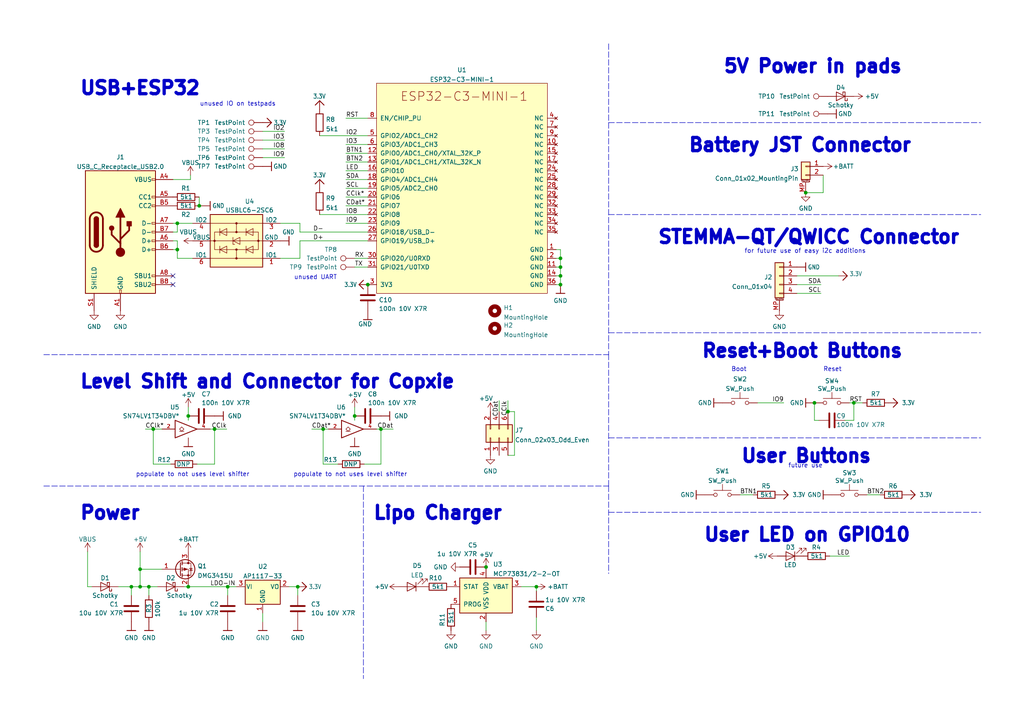
<source format=kicad_sch>
(kicad_sch (version 20211123) (generator eeschema)
  (paper "A4")
  (title_block (title "Copxie Controler ESP32-C3") (date "2022-03-12") (rev "1") (company "@tinyledmatrix") (comment 1 "CC-SA-NC"))
  (lib_symbols
    (symbol "74xGxx:74LVC1G07" (pin_names (offset 1.016))
      (property "Reference" "U" (at -2.54 3.81 0))
      (property "Value" "74LVC1G07" (at 0 -3.81 0))
      (symbol "74LVC1G07_1_1"
        (pin input line (at -7.62 0 0) (length 3.81) (name "~") (number "2"))
        (pin power_in line (at 0 -2.54 270) (length 0) hide (name "GND") (number "3"))
        (pin open_collector line (at 6.35 0 180) (length 3.81) (name "~") (number "4"))
        (pin power_in line (at 0 2.54 90) (length 0) hide (name "VCC") (number "5"))
      )
    )
    (symbol "Adafruit Metro M0 Express-eagle-import:3.3V" (power)
      (property "Value" "3.3V" (at -1.524 1.016 0))
      (symbol "3.3V_1_0"
        (pin power_in line (at 0 -2.54 90) (length 2.54) (name "3.3V") (number "1"))
      )
    )
    (symbol "Adafruit Metro M0 Express-eagle-import:GND" (power)
      (property "Value" "GND" (at -1.524 -2.54 0))
      (symbol "GND_1_0"
        (pin power_in line (at 0 2.54 270) (length 2.54) (name "GND") (number "1"))
      )
    )
    (symbol "Battery_Management:MCP73831-2-OT" (pin_names (offset 1.016))
      (property "Reference" "U?" (at 2.0194 9.0465 0))
      (property "Value" "MCP73831/2-2-OT" (at 2.0193 6.2714 0))
      (symbol "MCP73831-2-OT_1_1"
        (pin output line (at -10.16 2.54 0) (length 2.54) (name "STAT") (number "1"))
        (pin power_in line (at 0 -7.62 90) (length 2.54) (name "VSS") (number "2"))
        (pin power_out line (at 10.16 2.54 180) (length 2.54) (name "VBAT") (number "3"))
        (pin power_in line (at 0 7.62 270) (length 2.54) (name "VDD") (number "4"))
        (pin input line (at -10.16 -2.54 0) (length 2.54) (name "PROG") (number "5"))
      )
    )
    (symbol "Connector:TestPoint" (pin_numbers hide) (pin_names (offset 0.762) hide)
      (property "Reference" "TP" (at 0 6.858 0))
      (property "Value" "TestPoint" (at 0 5.08 0))
      (symbol "TestPoint_1_1"
        (pin passive line (at 0 0 90) (length 2.54) (name "1") (number "1"))
      )
    )
    (symbol "Connector:USB_C_Receptacle_USB2.0" (pin_names (offset 1.016))
      (property "Reference" "J" (at -10.16 19.05 0))
      (property "Value" "USB_C_Receptacle_USB2.0" (at 19.05 19.05 0))
      (symbol "USB_C_Receptacle_USB2.0_1_1"
        (pin power_in line (at 0 -22.86 90) (length 5.08) (name "GND") (number "A1"))
        (pin passive line (at 0 -22.86 90) (length 5.08) hide (name "GND") (number "A12"))
        (pin power_in line (at 15.24 15.24 180) (length 5.08) (name "VBUS") (number "A4"))
        (pin bidirectional line (at 15.24 10.16 180) (length 5.08) (name "CC1") (number "A5"))
        (pin bidirectional line (at 15.24 -2.54 180) (length 5.08) (name "D+") (number "A6"))
        (pin bidirectional line (at 15.24 2.54 180) (length 5.08) (name "D-") (number "A7"))
        (pin bidirectional line (at 15.24 -12.7 180) (length 5.08) (name "SBU1") (number "A8"))
        (pin passive line (at 15.24 15.24 180) (length 5.08) hide (name "VBUS") (number "A9"))
        (pin passive line (at 0 -22.86 90) (length 5.08) hide (name "GND") (number "B1"))
        (pin passive line (at 0 -22.86 90) (length 5.08) hide (name "GND") (number "B12"))
        (pin passive line (at 15.24 15.24 180) (length 5.08) hide (name "VBUS") (number "B4"))
        (pin bidirectional line (at 15.24 7.62 180) (length 5.08) (name "CC2") (number "B5"))
        (pin bidirectional line (at 15.24 -5.08 180) (length 5.08) (name "D+") (number "B6"))
        (pin bidirectional line (at 15.24 0 180) (length 5.08) (name "D-") (number "B7"))
        (pin bidirectional line (at 15.24 -15.24 180) (length 5.08) (name "SBU2") (number "B8"))
        (pin passive line (at 15.24 15.24 180) (length 5.08) hide (name "VBUS") (number "B9"))
        (pin passive line (at -7.62 -22.86 90) (length 5.08) (name "SHIELD") (number "S1"))
      )
    )
    (symbol "Connector_Generic:Conn_02x03_Odd_Even" (pin_names (offset 1.016) hide)
      (property "Reference" "J" (at 1.27 5.08 0))
      (property "Value" "Conn_02x03_Odd_Even" (at 1.27 -5.08 0))
      (symbol "Conn_02x03_Odd_Even_1_1"
        (pin passive line (at -5.08 2.54 0) (length 3.81) (name "Pin_1") (number "1"))
        (pin passive line (at 7.62 2.54 180) (length 3.81) (name "Pin_2") (number "2"))
        (pin passive line (at -5.08 0 0) (length 3.81) (name "Pin_3") (number "3"))
        (pin passive line (at 7.62 0 180) (length 3.81) (name "Pin_4") (number "4"))
        (pin passive line (at -5.08 -2.54 0) (length 3.81) (name "Pin_5") (number "5"))
        (pin passive line (at 7.62 -2.54 180) (length 3.81) (name "Pin_6") (number "6"))
      )
    )
    (symbol "Connector_Generic_MountingPin:Conn_01x02_MountingPin" (pin_names (offset 1.016) hide)
      (property "Reference" "J" (at 0 2.54 0))
      (property "Value" "Conn_01x02_MountingPin" (at 1.27 -5.08 0))
      (symbol "Conn_01x02_MountingPin_1_1"
        (text "Mounting" (at 0 -4.191 0) (effects (font (size 0.381 0.381))))
        (pin passive line (at -5.08 0 0) (length 3.81) (name "Pin_1") (number "1"))
        (pin passive line (at -5.08 -2.54 0) (length 3.81) (name "Pin_2") (number "2"))
        (pin passive line (at 0 -7.62 90) (length 3.048) (name "MountPin") (number "MP"))
      )
    )
    (symbol "Connector_Generic_MountingPin:Conn_01x04_MountingPin" (pin_names (offset 1.016) hide)
      (property "Reference" "J" (at 0 5.08 0))
      (property "Value" "Conn_01x04_MountingPin" (at 1.27 -7.62 0))
      (symbol "Conn_01x04_MountingPin_1_1"
        (text "Mounting" (at 0 -6.731 0) (effects (font (size 0.381 0.381))))
        (pin passive line (at -5.08 2.54 0) (length 3.81) (name "Pin_1") (number "1"))
        (pin passive line (at -5.08 0 0) (length 3.81) (name "Pin_2") (number "2"))
        (pin passive line (at -5.08 -2.54 0) (length 3.81) (name "Pin_3") (number "3"))
        (pin passive line (at -5.08 -5.08 0) (length 3.81) (name "Pin_4") (number "4"))
        (pin passive line (at 0 -10.16 90) (length 3.048) (name "MountPin") (number "MP"))
      )
    )
    (symbol "Device:C" (pin_numbers hide) (pin_names (offset 0.254))
      (property "Reference" "C" (at 0.635 2.54 0))
      (property "Value" "C" (at 0.635 -2.54 0))
      (symbol "C_1_1"
        (pin passive line (at 0 3.81 270) (length 2.794) (name "~") (number "1"))
        (pin passive line (at 0 -3.81 90) (length 2.794) (name "~") (number "2"))
      )
    )
    (symbol "Device:D_Schottky" (pin_numbers hide) (pin_names (offset 1.016) hide)
      (property "Reference" "D" (at 0 2.54 0))
      (property "Value" "D_Schottky" (at 0 -2.54 0))
      (symbol "D_Schottky_1_1"
        (pin passive line (at -3.81 0 0) (length 2.54) (name "K") (number "1"))
        (pin passive line (at 3.81 0 180) (length 2.54) (name "A") (number "2"))
      )
    )
    (symbol "Device:LED" (pin_numbers hide) (pin_names (offset 1.016) hide)
      (property "Reference" "D" (at 0 2.54 0))
      (property "Value" "LED" (at 0 -2.54 0))
      (symbol "LED_1_1"
        (pin passive line (at -3.81 0 0) (length 2.54) (name "K") (number "1"))
        (pin passive line (at 3.81 0 180) (length 2.54) (name "A") (number "2"))
      )
    )
    (symbol "Device:Q_PMOS_GSD" (pin_names (offset 0) hide)
      (property "Reference" "Q" (at 5.08 1.27 0))
      (property "Value" "Q_PMOS_GSD" (at 5.08 -1.27 0))
      (symbol "Q_PMOS_GSD_1_1"
        (pin input line (at -5.08 0 0) (length 2.54) (name "G") (number "1"))
        (pin passive line (at 2.54 -5.08 90) (length 2.54) (name "S") (number "2"))
        (pin passive line (at 2.54 5.08 270) (length 2.54) (name "D") (number "3"))
      )
    )
    (symbol "Device:R" (pin_numbers hide) (pin_names (offset 0))
      (property "Reference" "R" (at 2.032 0 90))
      (property "Value" "R" (at 0 0 90))
      (symbol "R_1_1"
        (pin passive line (at 0 3.81 270) (length 1.27) (name "~") (number "1"))
        (pin passive line (at 0 -3.81 90) (length 1.27) (name "~") (number "2"))
      )
    )
    (symbol "Espressif:ESP32-C3-MINI-1" (pin_names (offset 1.016))
      (property "Reference" "U" (at 0 33.02 0))
      (property "Value" "ESP32-C3-MINI-1" (at 0 -30.48 0))
      (symbol "ESP32-C3-MINI-1_0_0"
        (text "ESP32-C3-MINI-1" (at 1.27 27.94 0) (effects (font (size 2.54 2.54))))
      )
      (symbol "ESP32-C3-MINI-1_1_1"
        (pin power_in line (at 27.94 -16.51 180) (length 2.54) (name "GND") (number "1"))
        (pin no_connect line (at 27.94 13.97 180) (length 2.54) (name "NC") (number "10"))
        (pin power_in line (at 27.94 -21.59 180) (length 2.54) (name "GND") (number "11"))
        (pin bidirectional line (at -26.67 11.43 0) (length 2.54) (name "GPIO0/ADC1_CH0/XTAL_32K_P") (number "12"))
        (pin bidirectional line (at -26.67 8.89 0) (length 2.54) (name "GPIO1/ADC1_CH1/XTAL_32K_N") (number "13"))
        (pin power_in line (at 27.94 -24.13 180) (length 2.54) (name "GND") (number "14"))
        (pin no_connect line (at 27.94 11.43 180) (length 2.54) (name "NC") (number "15"))
        (pin bidirectional line (at -26.67 6.35 0) (length 2.54) (name "GPIO10") (number "16"))
        (pin no_connect line (at 27.94 8.89 180) (length 2.54) (name "NC") (number "17"))
        (pin bidirectional line (at -26.67 3.81 0) (length 2.54) (name "GPIO4/ADC1_CH4") (number "18"))
        (pin bidirectional line (at -26.67 1.27 0) (length 2.54) (name "GPIO5/ADC2_CH0") (number "19"))
        (pin power_in line (at 27.94 -19.05 180) (length 2.54) (name "GND") (number "2"))
        (pin bidirectional line (at -26.67 -1.27 0) (length 2.54) (name "GPIO6") (number "20"))
        (pin bidirectional line (at -26.67 -3.81 0) (length 2.54) (name "GPIO7") (number "21"))
        (pin bidirectional line (at -26.67 -6.35 0) (length 2.54) (name "GPIO8") (number "22"))
        (pin bidirectional line (at -26.67 -8.89 0) (length 2.54) (name "GPIO9") (number "23"))
        (pin no_connect line (at 27.94 6.35 180) (length 2.54) (name "NC") (number "24"))
        (pin no_connect line (at 27.94 3.81 180) (length 2.54) (name "NC") (number "25"))
        (pin bidirectional line (at -26.67 -11.43 0) (length 2.54) (name "GPIO18/USB_D-") (number "26"))
        (pin bidirectional line (at -26.67 -13.97 0) (length 2.54) (name "GPIO19/USB_D+") (number "27"))
        (pin no_connect line (at 27.94 1.27 180) (length 2.54) (name "NC") (number "28"))
        (pin no_connect line (at 27.94 -1.27 180) (length 2.54) (name "NC") (number "29"))
        (pin power_in line (at -26.67 -26.67 0) (length 2.54) (name "3V3") (number "3"))
        (pin bidirectional line (at -26.67 -19.05 0) (length 2.54) (name "GPIO20/U0RXD") (number "30"))
        (pin bidirectional line (at -26.67 -21.59 0) (length 2.54) (name "GPIO21/U0TXD") (number "31"))
        (pin no_connect line (at 27.94 -3.81 180) (length 2.54) (name "NC") (number "32"))
        (pin no_connect line (at 27.94 -6.35 180) (length 2.54) (name "NC") (number "33"))
        (pin no_connect line (at 27.94 -8.89 180) (length 2.54) (name "NC") (number "34"))
        (pin no_connect line (at 27.94 -11.43 180) (length 2.54) (name "NC") (number "35"))
        (pin power_in line (at 27.94 -26.67 180) (length 2.54) (name "GND") (number "36"))
        (pin no_connect line (at 27.94 21.59 180) (length 2.54) (name "NC") (number "4"))
        (pin bidirectional line (at -26.67 16.51 0) (length 2.54) (name "GPIO2/ADC1_CH2") (number "5"))
        (pin bidirectional line (at -26.67 13.97 0) (length 2.54) (name "GPIO3/ADC1_CH3") (number "6"))
        (pin no_connect line (at 27.94 19.05 180) (length 2.54) (name "NC") (number "7"))
        (pin input line (at -26.67 21.59 0) (length 2.54) (name "EN/CHIP_PU") (number "8"))
        (pin no_connect line (at 27.94 16.51 180) (length 2.54) (name "NC") (number "9"))
      )
    )
    (symbol "Mechanical:MountingHole" (pin_names (offset 1.016))
      (property "Reference" "H" (at 0 5.08 0))
      (property "Value" "MountingHole" (at 0 3.175 0))
    )
    (symbol "Power_Protection:USBLC6-2SC6" (pin_names (offset 0))
      (property "Reference" "U?" (at 15.3557 2.9759 90))
      (property "Value" "USBLC6-2SC6" (at 15.3557 0.2008 90))
      (symbol "USBLC6-2SC6_1_1"
        (pin passive line (at -5.08 -12.7 90) (length 5.08) (name "IO1") (number "1"))
        (pin passive line (at 0 -12.7 90) (length 5.08) (name "GND") (number "2"))
        (pin passive line (at 5.08 -12.7 90) (length 5.08) (name "IO2") (number "3"))
        (pin passive line (at 5.08 12.7 270) (length 5.08) (name "IO2") (number "4"))
        (pin passive line (at 0 12.7 270) (length 5.08) (name "VBUS") (number "5"))
        (pin passive line (at -5.08 12.7 270) (length 5.08) (name "IO1") (number "6"))
      )
    )
    (symbol "Regulator_Linear:AP1117-33" (pin_names (offset 0.254))
      (property "Reference" "U" (at -3.81 3.175 0))
      (property "Value" "AP1117-33" (at 0 3.175 0))
      (symbol "AP1117-33_1_1"
        (pin power_in line (at 0 -7.62 90) (length 2.54) (name "GND") (number "1"))
        (pin power_out line (at 7.62 0 180) (length 2.54) (name "VO") (number "2"))
        (pin power_in line (at -7.62 0 0) (length 2.54) (name "VI") (number "3"))
      )
    )
    (symbol "Switch:SW_Push" (pin_numbers hide) (pin_names (offset 1.016) hide)
      (property "Reference" "SW" (at 1.27 2.54 0))
      (property "Value" "SW_Push" (at 0 -1.524 0))
      (symbol "SW_Push_0_1"
        (pin passive line (at -5.08 0 0) (length 2.54) (name "1") (number "1"))
        (pin passive line (at 5.08 0 180) (length 2.54) (name "2") (number "2"))
      )
    )
    (symbol "miniMetro-eagle-import:3.3V" (power)
      (property "Value" "3.3V" (at -1.524 1.016 0))
      (symbol "3.3V_1_0"
        (pin power_in line (at 0 -2.54 90) (length 2.54) (name "3.3V") (number "1"))
      )
    )
    (symbol "miniMetro-eagle-import:GND" (power)
      (property "Value" "GND" (at -1.524 -2.54 0))
      (symbol "GND_1_0"
        (pin power_in line (at 0 2.54 270) (length 2.54) (name "GND") (number "1"))
      )
    )
    (symbol "power:+5V" (power) (pin_names (offset 0))
      (property "Value" "+5V" (at 0 3.556 0))
      (symbol "+5V_1_1"
        (pin power_in line (at 0 0 90) (length 0) hide (name "+5V") (number "1"))
      )
    )
    (symbol "power:+BATT" (power) (pin_names (offset 0))
      (property "Value" "+BATT" (at 0 3.556 0))
      (symbol "+BATT_1_1"
        (pin power_in line (at 0 0 90) (length 0) hide (name "+BATT") (number "1"))
      )
    )
    (symbol "power:GND" (power) (pin_names (offset 0))
      (property "Value" "GND" (at 0 -3.81 0))
      (symbol "GND_1_1"
        (pin power_in line (at 0 0 270) (length 0) hide (name "GND") (number "1"))
      )
    )
    (symbol "power:VBUS" (power) (pin_names (offset 0))
      (property "Value" "VBUS" (at 0 3.81 0))
      (symbol "VBUS_1_1"
        (pin power_in line (at 0 0 90) (length 0) hide (name "VBUS") (number "1"))
      )
    )
  )
  (junction (at 110.49 124.46))
  (junction (at 155.575 170.18))
  (junction (at 44.45 124.46))
  (junction (at 54.61 120.65))
  (junction (at 147.32 119.38))
  (junction (at 102.87 120.65))
  (junction (at 40.64 165.1))
  (junction (at 54.61 170.18))
  (junction (at 57.785 59.69))
  (junction (at 247.65 116.84))
  (junction (at 162.56 77.47))
  (junction (at 43.18 170.18))
  (junction (at 62.23 124.46))
  (junction (at 233.68 55.88))
  (junction (at 162.56 80.01))
  (junction (at 66.04 170.18))
  (junction (at 51.435 64.77))
  (junction (at 51.435 72.39))
  (junction (at 38.1 170.18))
  (junction (at 162.56 82.55))
  (junction (at 236.22 116.84))
  (junction (at 86.36 170.18))
  (junction (at 106.68 82.55))
  (junction (at 162.56 74.93))
  (junction (at 140.97 164.465))
  (junction (at 40.64 170.18))
  (junction (at 93.726 124.46))
  (no_connect (at 50.165 80.01))
  (no_connect (at 50.165 82.55))
  (wire (pts (xy 34.29 170.18) (xy 38.1 170.18)))
  (wire (pts (xy 231.14 80.01) (xy 243.205 80.01)))
  (wire (pts (xy 102.87 120.65) (xy 102.87 121.92)))
  (wire (pts (xy 62.23 124.46) (xy 65.786 124.46)))
  (wire (pts (xy 140.97 164.465) (xy 140.97 165.1)))
  (polyline (pts (xy 12.7 102.87) (xy 176.53 102.87)))
  (wire (pts (xy 105.664 134.62) (xy 110.49 134.62)))
  (wire (pts (xy 110.49 134.62) (xy 110.49 124.46)))
  (wire (pts (xy 246.38 116.84) (xy 247.65 116.84)))
  (wire (pts (xy 247.65 116.84) (xy 250.19 116.84)))
  (wire (pts (xy 83.82 170.18) (xy 86.36 170.18)))
  (wire (pts (xy 44.45 124.46) (xy 46.99 124.46)))
  (wire (pts (xy 100.33 34.29) (xy 106.68 34.29)))
  (wire (pts (xy 110.49 124.46) (xy 114.046 124.46)))
  (wire (pts (xy 43.18 170.18) (xy 45.72 170.18)))
  (wire (pts (xy 92.71 39.37) (xy 106.68 39.37)))
  (wire (pts (xy 100.33 44.45) (xy 106.68 44.45)))
  (wire (pts (xy 149.225 119.38) (xy 149.225 132.08)))
  (wire (pts (xy 25.4 170.18) (xy 26.67 170.18)))
  (wire (pts (xy 102.87 77.47) (xy 106.68 77.47)))
  (wire (pts (xy 236.22 116.84) (xy 236.22 121.92)))
  (wire (pts (xy 162.56 72.39) (xy 162.56 74.93)))
  (wire (pts (xy 55.245 50.8) (xy 55.245 52.07)))
  (wire (pts (xy 245.11 121.92) (xy 247.65 121.92)))
  (wire (pts (xy 25.4 160.02) (xy 25.4 170.18)))
  (polyline (pts (xy 176.53 96.52) (xy 284.48 96.52)))
  (wire (pts (xy 50.165 72.39) (xy 51.435 72.39)))
  (wire (pts (xy 140.97 180.34) (xy 140.97 182.88)))
  (wire (pts (xy 40.64 160.02) (xy 40.64 165.1)))
  (wire (pts (xy 86.995 74.93) (xy 86.995 69.85)))
  (wire (pts (xy 50.165 64.77) (xy 51.435 64.77)))
  (wire (pts (xy 50.165 69.85) (xy 51.435 69.85)))
  (wire (pts (xy 54.61 118.11) (xy 54.61 120.65)))
  (wire (pts (xy 86.995 64.77) (xy 81.28 64.77)))
  (wire (pts (xy 76.2 38.1) (xy 82.55 38.1)))
  (wire (pts (xy 100.33 46.99) (xy 106.68 46.99)))
  (wire (pts (xy 57.15 134.62) (xy 62.23 134.62)))
  (wire (pts (xy 76.2 43.18) (xy 82.55 43.18)))
  (wire (pts (xy 81.28 74.93) (xy 86.995 74.93)))
  (wire (pts (xy 40.64 165.1) (xy 40.64 170.18)))
  (polyline (pts (xy 176.53 140.97) (xy 176.53 102.87)))
  (polyline (pts (xy 176.53 127) (xy 284.48 127)))
  (wire (pts (xy 100.33 54.61) (xy 106.68 54.61)))
  (polyline (pts (xy 176.53 140.97) (xy 176.53 166.37)))
  (wire (pts (xy 76.2 45.72) (xy 82.55 45.72)))
  (polyline (pts (xy 105.41 140.97) (xy 105.41 196.85)))
  (wire (pts (xy 51.435 74.93) (xy 51.435 72.39)))
  (wire (pts (xy 38.1 170.18) (xy 40.64 170.18)))
  (wire (pts (xy 100.33 41.91) (xy 106.68 41.91)))
  (wire (pts (xy 92.71 62.23) (xy 106.68 62.23)))
  (wire (pts (xy 162.56 80.01) (xy 162.56 82.55)))
  (wire (pts (xy 100.33 49.53) (xy 106.68 49.53)))
  (polyline (pts (xy 176.53 148.59) (xy 284.48 148.59)))
  (wire (pts (xy 238.125 85.09) (xy 231.14 85.09)))
  (wire (pts (xy 55.88 74.93) (xy 51.435 74.93)))
  (polyline (pts (xy 12.7 140.97) (xy 176.53 140.97)))
  (wire (pts (xy 155.575 170.18) (xy 155.575 171.45)))
  (wire (pts (xy 51.435 69.85) (xy 51.435 72.39)))
  (wire (pts (xy 66.04 172.72) (xy 66.04 170.18)))
  (wire (pts (xy 93.726 134.62) (xy 93.726 124.46)))
  (wire (pts (xy 219.71 116.84) (xy 227.33 116.84)))
  (wire (pts (xy 147.32 116.205) (xy 147.32 119.38)))
  (wire (pts (xy 106.68 67.31) (xy 86.995 67.31)))
  (wire (pts (xy 51.435 64.77) (xy 55.88 64.77)))
  (wire (pts (xy 51.435 64.77) (xy 51.435 67.31)))
  (wire (pts (xy 42.164 124.46) (xy 44.45 124.46)))
  (wire (pts (xy 144.78 116.205) (xy 144.78 119.38)))
  (wire (pts (xy 46.99 165.1) (xy 40.64 165.1)))
  (wire (pts (xy 54.61 170.18) (xy 66.04 170.18)))
  (wire (pts (xy 100.33 57.15) (xy 106.68 57.15)))
  (wire (pts (xy 76.2 177.8) (xy 76.2 180.34)))
  (wire (pts (xy 102.87 118.11) (xy 102.87 120.65)))
  (wire (pts (xy 44.45 124.46) (xy 44.45 134.62)))
  (wire (pts (xy 162.56 77.47) (xy 162.56 80.01)))
  (wire (pts (xy 155.575 179.07) (xy 155.575 182.88)))
  (wire (pts (xy 109.22 124.46) (xy 110.49 124.46)))
  (wire (pts (xy 240.665 161.29) (xy 246.38 161.29)))
  (wire (pts (xy 66.04 170.18) (xy 68.58 170.18)))
  (wire (pts (xy 100.33 64.77) (xy 106.68 64.77)))
  (wire (pts (xy 50.165 67.31) (xy 51.435 67.31)))
  (wire (pts (xy 50.165 52.07) (xy 55.245 52.07)))
  (polyline (pts (xy 176.53 62.23) (xy 284.48 62.23)))
  (wire (pts (xy 86.36 170.18) (xy 86.36 172.72)))
  (wire (pts (xy 98.044 134.62) (xy 93.726 134.62)))
  (wire (pts (xy 237.49 121.92) (xy 236.22 121.92)))
  (wire (pts (xy 76.2 40.64) (xy 82.55 40.64)))
  (wire (pts (xy 161.29 74.93) (xy 162.56 74.93)))
  (wire (pts (xy 162.56 74.93) (xy 162.56 77.47)))
  (wire (pts (xy 161.29 77.47) (xy 162.56 77.47)))
  (wire (pts (xy 43.18 170.18) (xy 43.18 172.72)))
  (wire (pts (xy 147.32 132.08) (xy 149.225 132.08)))
  (wire (pts (xy 161.29 82.55) (xy 162.56 82.55)))
  (wire (pts (xy 247.65 116.84) (xy 247.65 121.92)))
  (wire (pts (xy 54.61 120.65) (xy 54.61 121.92)))
  (wire (pts (xy 161.29 72.39) (xy 162.56 72.39)))
  (wire (pts (xy 151.13 170.18) (xy 155.575 170.18)))
  (wire (pts (xy 93.726 124.46) (xy 90.424 124.46)))
  (wire (pts (xy 62.23 124.46) (xy 62.23 134.62)))
  (wire (pts (xy 95.25 124.46) (xy 93.726 124.46)))
  (wire (pts (xy 40.64 170.18) (xy 43.18 170.18)))
  (wire (pts (xy 49.53 134.62) (xy 44.45 134.62)))
  (wire (pts (xy 102.87 74.93) (xy 106.68 74.93)))
  (wire (pts (xy 251.46 143.51) (xy 255.27 143.51)))
  (wire (pts (xy 57.785 57.15) (xy 57.785 59.69)))
  (wire (pts (xy 238.125 82.55) (xy 231.14 82.55)))
  (wire (pts (xy 238.76 50.8) (xy 238.76 55.88)))
  (wire (pts (xy 214.63 143.51) (xy 218.44 143.51)))
  (wire (pts (xy 53.34 170.18) (xy 54.61 170.18)))
  (wire (pts (xy 86.995 69.85) (xy 106.68 69.85)))
  (polyline (pts (xy 176.53 12.7) (xy 176.53 102.87)))
  (wire (pts (xy 100.33 59.69) (xy 106.68 59.69)))
  (wire (pts (xy 57.785 59.69) (xy 58.42 59.69)))
  (wire (pts (xy 100.33 52.07) (xy 106.68 52.07)))
  (polyline (pts (xy 176.53 35.56) (xy 284.48 35.56)))
  (wire (pts (xy 238.76 55.88) (xy 233.68 55.88)))
  (wire (pts (xy 147.32 119.38) (xy 149.225 119.38)))
  (wire (pts (xy 38.1 170.18) (xy 38.1 172.72)))
  (wire (pts (xy 86.995 67.31) (xy 86.995 64.77)))
  (wire (pts (xy 161.29 80.01) (xy 162.56 80.01)))
  (wire (pts (xy 60.96 124.46) (xy 62.23 124.46)))
  (text "Boot" (at 212.09 107.95 0) (effects (font (size 1.27 1.27)) (justify left bottom)))
  (text "Power" (at 22.86 151.13 0) (effects (font (size 3.81 3.81) (thickness 1.016) bold) (justify left bottom)))
  (text "populate to not uses level shifter" (at 39.37 138.43 0) (effects (font (size 1.27 1.27)) (justify left bottom)))
  (text "Lipo Charger" (at 107.95 151.13 0) (effects (font (size 3.81 3.81) (thickness 1.016) bold) (justify left bottom)))
  (text "Reset" (at 238.76 107.95 0) (effects (font (size 1.27 1.27)) (justify left bottom)))
  (text "STEMMA-QT/QWICC Connector" (at 190.5 71.12 0) (effects (font (size 3.81 3.81) (thickness 1.016) bold) (justify left bottom)))
  (text "Level Shift and Connector for Copxie" (at 22.86 113.03 0) (effects (font (size 3.81 3.81) (thickness 1.016) bold) (justify left bottom)))
  (text "5V Power in pads" (at 209.55 21.59 0) (effects (font (size 3.81 3.81) (thickness 1.016) bold) (justify left bottom)))
  (text "User LED on GPIO10" (at 203.835 157.48 0) (effects (font (size 3.81 3.81) (thickness 1.016) bold) (justify left bottom)))
  (text "User Buttons" (at 214.63 134.62 0) (effects (font (size 3.81 3.81) (thickness 1.016) bold) (justify left bottom)))
  (text "future use" (at 228.6 135.89 0) (effects (font (size 1.27 1.27)) (justify left bottom)))
  (text "populate to not uses level shifter" (at 85.09 138.43 0) (effects (font (size 1.27 1.27)) (justify left bottom)))
  (text "USB+ESP32" (at 22.86 27.94 0) (effects (font (size 3.81 3.81) (thickness 1.016) bold) (justify left bottom)))
  (text "Battery JST Connector" (at 199.39 44.45 0) (effects (font (size 3.81 3.81) (thickness 1.016) bold) (justify left bottom)))
  (text "unused IO on testpads\n\n" (at 80.01 33.02 180) (effects (font (size 1.27 1.27)) (justify right bottom)))
  (text "Reset+Boot Buttons" (at 203.2 104.14 0) (effects (font (size 3.81 3.81) (thickness 1.016) bold) (justify left bottom)))
  (text "unused UART" (at 97.79 81.28 180) (effects (font (size 1.27 1.27)) (justify right bottom)))
  (text "for future use of easy i2c additions" (at 215.9 73.66 0) (effects (font (size 1.27 1.27)) (justify left bottom)))
  (label "BTN1" (at 100.33 44.45 0))
  (label "BTN2" (at 251.46 143.51 0))
  (label "CClk" (at 65.786 124.46 180))
  (label "RST" (at 100.33 34.29 0))
  (label "SDA" (at 238.125 82.55 180))
  (label "CDat*" (at 100.33 59.69 0))
  (label "IO8" (at 82.55 43.18 180))
  (label "CClk*" (at 42.164 124.46 0))
  (label "RX" (at 102.87 74.93 0))
  (label "RST" (at 246.38 116.84 0))
  (label "CClk*" (at 100.33 57.15 0))
  (label "SCL" (at 100.33 54.61 0))
  (label "LED" (at 100.33 49.53 0))
  (label "D-" (at 90.805 67.31 0))
  (label "CDat" (at 114.046 124.46 180))
  (label "IO3" (at 82.55 40.64 180))
  (label "CClk" (at 147.32 116.205 270))
  (label "LED" (at 246.38 161.29 180))
  (label "IO9" (at 82.55 45.72 180))
  (label "CDat" (at 144.78 116.205 270))
  (label "IO2" (at 82.55 38.1 180))
  (label "SCL" (at 238.125 85.09 180))
  (label "IO3" (at 100.33 41.91 0))
  (label "IO8" (at 100.33 62.23 0))
  (label "IO9" (at 100.33 64.77 0))
  (label "IO9" (at 227.33 116.84 180))
  (label "D+" (at 90.805 69.85 0))
  (label "CDat*" (at 90.424 124.46 0))
  (label "TX" (at 102.87 77.47 0))
  (label "SDA" (at 100.33 52.07 0))
  (label "BTN1" (at 214.63 143.51 0))
  (label "BTN2" (at 100.33 46.99 0))
  (label "LDO-IN" (at 60.96 170.18 0))
  (label "IO2" (at 100.33 39.37 0))
  (symbol (lib_id "power:+5V") (at 102.87 118.11 0) (unit 1)
    (property "Reference" "#PWR016" (effects hide))
    (property "Value" "+5V" (at 102.87 114.5055 0))
  )
  (symbol (lib_id "power:+5V") (at 115.57 170.18 90) (unit 1)
    (property "Reference" "#PWR0103" (effects hide))
    (property "Value" "+5V" (at 108.585 170.18 90) (effects (justify right)))
  )
  (symbol (lib_id "power:GND") (at 130.81 182.88 0) (unit 1)
    (property "Reference" "#PWR0106" (effects hide))
    (property "Value" "GND" (at 130.81 187.4425 0))
  )
  (symbol (lib_id "Regulator_Linear:AP1117-33") (at 76.2 170.18 0) (unit 1)
    (property "Reference" "U2" (at 76.2 164.3085 0))
    (property "Value" "AP1117-33" (at 76.2 167.0836 0))
    (property "Footprint" "Package_TO_SOT_SMD:SOT-223-3_TabPin2" (effects hide))
    (property "Datasheet" "http://www.diodes.com/datasheets/AP1117.pdf" (effects hide))
  )
  (symbol (lib_id "miniMetro-eagle-import:GND") (at 78.74 48.26 90) (unit 1)
    (property "Reference" "#0112" (effects hide))
    (property "Value" "GND" (at 81.28 48.26 90))
  )
  (symbol (lib_id "Switch:SW_Push") (at 214.63 116.84 0) (unit 1)
    (property "Reference" "SW2" (at 214.63 109.9525 0))
    (property "Value" "SW_Push" (at 214.63 112.7276 0))
    (property "Footprint" "Button_Switch_SMD:SW_Push_1P1T_NO_6x6mm_H9.5mm" (effects hide))
  )
  (symbol (lib_id "Device:C") (at 86.36 176.53 0) (mirror y) (unit 1)
    (property "Reference" "C3" (at 90.17 175.26 0) (effects (justify right)))
    (property "Value" "10u 10V X7R" (at 90.17 177.8 0) (effects (justify right)))
    (property "Footprint" "pkl_dipol:C_0603" (effects hide))
    (property "Mfc#" "GRM033C81A105ME05D" (effects hide))
    (property "Mfc" "Murrata" (effects hide))
    (property "Mouser#" " 81-GRM033C81A105ME5D " (effects hide))
    (property "LCSC#" "C237278" (effects hide))
  )
  (symbol (lib_id "miniMetro-eagle-import:GND") (at 207.01 116.84 270) (unit 1)
    (property "Reference" "#0107" (effects hide))
    (property "Value" "GND" (at 204.47 116.84 90))
  )
  (symbol (lib_id "Connector:TestPoint") (at 76.2 43.18 90) (unit 1)
    (property "Reference" "TP5" (at 60.96 43.18 90) (effects (justify left)))
    (property "Value" "TestPoint" (at 71.12 43.18 90) (effects (justify left)))
    (property "Footprint" "pkl_pads:PAD_SMD_R_1x1" (effects hide))
  )
  (symbol (lib_id "power:GND") (at 133.35 164.465 270) (unit 1)
    (property "Reference" "#PWR0110" (effects hide))
    (property "Value" "GND" (at 125.73 164.465 90) (effects (justify left)))
  )
  (symbol (lib_id "miniMetro-eagle-import:GND") (at 86.36 182.88 0) (unit 1)
    (property "Reference" "#06" (effects hide))
    (property "Value" "GND" (at 86.36 184.9936 0))
  )
  (symbol (lib_id "Mechanical:MountingHole") (at 143.51 95.25 0) (unit 1)
    (property "Reference" "H2" (at 146.05 94.3415 0) (effects (justify left)))
    (property "Value" "MountingHole" (at 146.05 97.1166 0) (effects (justify left)))
    (property "Footprint" "MountingHole:MountingHole_2.5mm" (effects hide))
  )
  (symbol (lib_id "Device:C") (at 241.3 121.92 90) (unit 1)
    (property "Reference" "C9" (at 242.57 120.65 90) (effects (justify right)))
    (property "Value" "100n 10V X7R" (at 242.57 123.19 90) (effects (justify right)))
    (property "Footprint" "pkl_dipol:C_0603" (effects hide))
  )
  (symbol (lib_id "Device:R") (at 53.975 59.69 270) (mirror x) (unit 1)
    (property "Reference" "R2" (at 55.245 62.23 90) (effects (justify right)))
    (property "Value" "5k1" (at 55.88 59.69 90) (effects (justify right)))
    (property "Footprint" "pkl_dipol:R_0603" (effects hide))
  )
  (symbol (lib_id "power:GND") (at 140.97 182.88 0) (unit 1)
    (property "Reference" "#PWR0105" (effects hide))
    (property "Value" "GND" (at 140.97 187.4425 0))
  )
  (symbol (lib_id "Device:LED") (at 119.38 170.18 180) (unit 1)
    (property "Reference" "D5" (at 120.9802 164.0545 0))
    (property "Value" "LED" (at 120.9802 166.8296 0))
    (property "Footprint" "LED_SMD:LED_0603_1608Metric" (effects hide))
  )
  (symbol (lib_id "power:+5V") (at 225.425 161.29 90) (unit 1)
    (property "Reference" "#PWR0111" (effects hide))
    (property "Value" "+5V" (at 218.44 161.29 90) (effects (justify right)))
  )
  (symbol (lib_id "Device:R") (at 53.975 57.15 270) (mirror x) (unit 1)
    (property "Reference" "R1" (at 55.245 54.61 90) (effects (justify right)))
    (property "Value" "5k1" (at 55.88 57.15 90) (effects (justify right)))
    (property "Footprint" "pkl_dipol:R_0603" (effects hide))
  )
  (symbol (lib_id "miniMetro-eagle-import:GND") (at 54.61 129.54 0) (unit 1)
    (property "Reference" "#08" (effects hide))
    (property "Value" "GND" (at 54.61 131.6536 0))
  )
  (symbol (lib_id "Connector:TestPoint") (at 76.2 48.26 90) (unit 1)
    (property "Reference" "TP7" (at 60.96 48.26 90) (effects (justify left)))
    (property "Value" "TestPoint" (at 71.12 48.26 90) (effects (justify left)))
    (property "Footprint" "pkl_pads:PAD_SMD_R_1x1" (effects hide))
  )
  (symbol (lib_id "power:+5V") (at 247.65 27.94 270) (unit 1)
    (property "Reference" "#PWR0104" (effects hide))
    (property "Value" "+5V" (at 250.825 27.94 90) (effects (justify left)))
  )
  (symbol (lib_id "miniMetro-eagle-import:GND") (at 106.68 92.71 0) (unit 1)
    (property "Reference" "#0103" (effects hide))
    (property "Value" "GND" (at 107.95 93.98 0) (effects (justify right)))
  )
  (symbol (lib_id "miniMetro-eagle-import:GND") (at 102.87 129.54 0) (unit 1)
    (property "Reference" "#010" (effects hide))
    (property "Value" "GND" (at 102.87 131.6536 0))
  )
  (symbol (lib_id "Device:Q_PMOS_GSD") (at 52.07 165.1 0) (unit 1)
    (property "Reference" "Q1" (at 57.277 164.1915 0) (effects (justify left)))
    (property "Value" "DMG3415U" (at 57.277 166.9666 0) (effects (justify left)))
    (property "Footprint" "Package_TO_SOT_SMD:SOT-23" (effects hide))
  )
  (symbol (lib_id "miniMetro-eagle-import:3.3V") (at 92.71 52.07 0) (unit 1)
    (property "Reference" "#0101" (effects hide))
    (property "Value" "3.3V" (at 90.805 50.8 0) (effects (font (size 1.27 1.0795)) (justify left)))
  )
  (symbol (lib_id "power:+5V") (at 140.97 164.465 0) (unit 1)
    (property "Reference" "#PWR0109" (effects hide))
    (property "Value" "+5V" (at 140.97 160.8605 0))
  )
  (symbol (lib_id "power:+BATT") (at 238.76 48.26 270) (mirror x) (unit 1)
    (property "Reference" "#PWR0101" (effects hide))
    (property "Value" "+BATT" (at 247.65 48.26 90) (effects (justify right)))
  )
  (symbol (lib_id "power:GND") (at 233.68 55.88 0) (mirror y) (unit 1)
    (property "Reference" "#PWR0102" (effects hide))
    (property "Value" "GND" (at 233.68 60.4425 0))
  )
  (symbol (lib_id "Device:R") (at 236.855 161.29 270) (mirror x) (unit 1)
    (property "Reference" "R4" (at 238.125 158.75 90) (effects (justify right)))
    (property "Value" "5k1" (at 238.76 161.29 90) (effects (justify right)))
    (property "Footprint" "pkl_dipol:R_0603" (effects hide))
  )
  (symbol (lib_id "miniMetro-eagle-import:3.3V") (at 88.9 170.18 270) (unit 1)
    (property "Reference" "#01" (effects hide))
    (property "Value" "3.3V" (at 89.535 170.18 90) (effects (font (size 1.27 1.0795)) (justify left)))
  )
  (symbol (lib_id "miniMetro-eagle-import:GND") (at 66.04 182.88 0) (unit 1)
    (property "Reference" "#04" (effects hide))
    (property "Value" "GND" (at 66.04 184.9936 0))
  )
  (symbol (lib_id "Connector:TestPoint") (at 76.2 40.64 90) (unit 1)
    (property "Reference" "TP4" (at 60.96 40.64 90) (effects (justify left)))
    (property "Value" "TestPoint" (at 71.12 40.64 90) (effects (justify left)))
    (property "Footprint" "pkl_pads:PAD_SMD_R_1x1" (effects hide))
  )
  (symbol (lib_id "Connector:TestPoint") (at 102.87 74.93 90) (unit 1)
    (property "Reference" "TP8" (at 97.79 72.39 90) (effects (justify left)))
    (property "Value" "TestPoint" (at 97.79 74.93 90) (effects (justify left)))
    (property "Footprint" "pkl_pads:PAD_SMD_R_1x1" (effects hide))
  )
  (symbol (lib_id "miniMetro-eagle-import:GND") (at 38.1 182.88 0) (unit 1)
    (property "Reference" "#02" (effects hide))
    (property "Value" "GND" (at 38.1 184.9936 0))
  )
  (symbol (lib_id "Connector_Generic_MountingPin:Conn_01x02_MountingPin") (at 233.68 48.26 0) (mirror y) (unit 1)
    (property "Reference" "J3" (at 231.648 48.9771 0) (effects (justify left)))
    (property "Value" "Conn_01x02_MountingPin" (at 231.648 51.7522 0) (effects (justify left)))
    (property "Footprint" "Connector_JST:JST_PH_S2B-PH-SM4-TB_1x02-1MP_P2.00mm_Horizontal" (effects hide))
  )
  (symbol (lib_id "miniMetro-eagle-import:GND") (at 64.77 120.65 90) (unit 1)
    (property "Reference" "#07" (effects hide))
    (property "Value" "GND" (at 66.04 120.65 90) (effects (justify right)))
  )
  (symbol (lib_id "Adafruit Metro M0 Express-eagle-import:GND") (at 83.82 69.85 90) (unit 1)
    (property "Reference" "#GND0102" (effects hide))
    (property "Value" "GND" (at 81.915 67.31 90) (effects (font (size 1.27 1.0795)) (justify right)))
  )
  (symbol (lib_id "Device:R") (at 101.854 134.62 270) (mirror x) (unit 1)
    (property "Reference" "R13" (at 97.79 133.35 90) (effects (justify right)))
    (property "Value" "DNP" (at 103.759 134.62 90) (effects (justify right)))
    (property "Footprint" "pkl_dipol:R_0603" (effects hide))
  )
  (symbol (lib_id "miniMetro-eagle-import:3.3V") (at 78.74 35.56 270) (unit 1)
    (property "Reference" "#0111" (effects hide))
    (property "Value" "3.3V" (at 79.375 35.56 90) (effects (font (size 1.27 1.0795)) (justify left)))
  )
  (symbol (lib_id "power:+5V") (at 40.64 160.02 0) (unit 1)
    (property "Reference" "#PWR03" (effects hide))
    (property "Value" "+5V" (at 40.64 156.4155 0))
  )
  (symbol (lib_id "miniMetro-eagle-import:3.3V") (at 265.43 143.51 270) (unit 1)
    (property "Reference" "#0114" (effects hide))
    (property "Value" "3.3V" (at 266.7 143.51 90) (effects (font (size 1.27 1.0795)) (justify left)))
  )
  (symbol (lib_id "Device:R") (at 259.08 143.51 270) (mirror x) (unit 1)
    (property "Reference" "R6" (at 260.35 140.97 90) (effects (justify right)))
    (property "Value" "5k1" (at 260.985 143.51 90) (effects (justify right)))
    (property "Footprint" "pkl_dipol:R_0603" (effects hide))
  )
  (symbol (lib_id "Switch:SW_Push") (at 246.38 143.51 0) (unit 1)
    (property "Reference" "SW3" (at 246.38 137.16 0))
    (property "Value" "SW_Push" (at 246.38 139.3976 0))
    (property "Footprint" "Button_Switch_SMD:SW_Push_1P1T_NO_6x6mm_H9.5mm" (effects hide))
  )
  (symbol (lib_id "Connector:TestPoint") (at 76.2 45.72 90) (unit 1)
    (property "Reference" "TP6" (at 60.96 45.72 90) (effects (justify left)))
    (property "Value" "TestPoint" (at 71.12 45.72 90) (effects (justify left)))
    (property "Footprint" "pkl_pads:PAD_SMD_R_1x1" (effects hide))
  )
  (symbol (lib_id "power:+5V") (at 54.61 118.11 0) (unit 1)
    (property "Reference" "#PWR015" (effects hide))
    (property "Value" "+5V" (at 54.61 114.5055 0))
  )
  (symbol (lib_id "miniMetro-eagle-import:GND") (at 233.68 116.84 270) (unit 1)
    (property "Reference" "#0108" (effects hide))
    (property "Value" "GND" (at 231.14 116.84 90))
  )
  (symbol (lib_id "Mechanical:MountingHole") (at 143.51 90.17 0) (unit 1)
    (property "Reference" "H1" (at 146.05 89.2615 0) (effects (justify left)))
    (property "Value" "MountingHole" (at 146.05 92.0366 0) (effects (justify left)))
    (property "Footprint" "MountingHole:MountingHole_2.5mm" (effects hide))
  )
  (symbol (lib_id "power:GND") (at 226.06 90.17 0) (mirror y) (unit 1)
    (property "Reference" "#PWR010" (effects hide))
    (property "Value" "GND" (at 226.06 94.7325 0))
  )
  (symbol (lib_id "power:VBUS") (at 55.88 69.85 90) (unit 1)
    (property "Reference" "#PWR0112" (effects hide))
    (property "Value" "VBUS" (at 54.61 67.31 90))
  )
  (symbol (lib_id "Connector:TestPoint") (at 102.87 77.47 90) (unit 1)
    (property "Reference" "TP9" (at 87.63 77.47 90) (effects (justify left)))
    (property "Value" "TestPoint" (at 97.79 77.47 90) (effects (justify left)))
    (property "Footprint" "pkl_pads:PAD_SMD_R_1x1" (effects hide))
  )
  (symbol (lib_id "Espressif:ESP32-C3-MINI-1") (at 133.35 55.88 0) (unit 1)
    (property "Reference" "U1" (at 133.985 20.2905 0))
    (property "Value" "ESP32-C3-MINI-1" (at 133.985 23.0656 0))
    (property "Footprint" "Espressif:ESP32-C3-MINI-1" (effects hide))
    (property "Datasheet" "https://www.espressif.com/sites/default/files/documentation/esp32-c3-mini-1_datasheet_en.pdf" (effects hide))
  )
  (symbol (lib_id "miniMetro-eagle-import:3.3V") (at 260.35 116.84 270) (unit 1)
    (property "Reference" "#0106" (effects hide))
    (property "Value" "3.3V" (at 261.62 116.84 90) (effects (font (size 1.27 1.0795)) (justify left)))
  )
  (symbol (lib_id "Device:R") (at 92.71 58.42 0) (unit 1)
    (property "Reference" "R9" (at 94.488 57.5115 0) (effects (justify left)))
    (property "Value" "5k1" (at 94.488 60.2866 0) (effects (justify left)))
    (property "Footprint" "pkl_dipol:R_0603" (effects hide))
  )
  (symbol (lib_id "power:GND") (at 27.305 90.17 0) (unit 1)
    (property "Reference" "#PWR05" (effects hide))
    (property "Value" "GND" (at 27.305 94.7325 0))
  )
  (symbol (lib_id "Connector:TestPoint") (at 240.03 33.02 90) (unit 1)
    (property "Reference" "TP11" (at 224.79 33.02 90) (effects (justify left)))
    (property "Value" "TestPoint" (at 234.95 33.02 90) (effects (justify left)))
    (property "Footprint" "pkl_pads:PAD_SMD_R_1x1" (effects hide))
  )
  (symbol (lib_id "miniMetro-eagle-import:3.3V") (at 228.6 143.51 270) (unit 1)
    (property "Reference" "#0113" (effects hide))
    (property "Value" "3.3V" (at 229.87 143.51 90) (effects (font (size 1.27 1.0795)) (justify left)))
  )
  (symbol (lib_id "miniMetro-eagle-import:GND") (at 238.76 143.51 270) (unit 1)
    (property "Reference" "#0110" (effects hide))
    (property "Value" "GND" (at 236.22 143.51 90))
  )
  (symbol (lib_id "Device:LED") (at 229.235 161.29 180) (unit 1)
    (property "Reference" "D3" (at 229.235 158.75 0))
    (property "Value" "LED" (at 229.235 163.83 0))
    (property "Footprint" "LED_SMD:LED_0603_1608Metric" (effects hide))
  )
  (symbol (lib_id "Device:D_Schottky") (at 30.48 170.18 180) (unit 1)
    (property "Reference" "D1" (at 30.48 167.64 0))
    (property "Value" "Schotky" (at 30.48 172.72 0))
    (property "Footprint" "Diode_SMD:D_SOD-123F" (effects hide))
  )
  (symbol (lib_id "74xGxx:74LVC1G07") (at 54.61 124.46 0) (unit 1)
    (property "Reference" "U5" (at 52.07 118.11 0) (effects (justify right)))
    (property "Value" "SN74LV1T34DBV*" (at 52.07 120.65 0) (effects (justify right)))
    (property "Footprint" "Package_TO_SOT_SMD:SOT-23-5" (effects hide))
    (property "Datasheet" "https://www.ti.com/lit/ds/symlink/sn74lv1t34.pdf?ts=1646989945345&ref_url=https%253A%252F%252Fwww.google.com%252F" (effects hide))
    (property "LCSC#" "C100024" (effects hide))
    (property "Mfc" "TI" (effects hide))
    (property "Mfc#" " SN74LV1T34DBVR" (effects hide))
    (property "LCSC# ALT" "C1848228" (effects hide))
  )
  (symbol (lib_id "Battery_Management:MCP73831-2-OT") (at 140.97 172.72 0) (unit 1)
    (property "Reference" "U3" (at 142.9894 163.6735 0) (effects (justify left)))
    (property "Value" "MCP73831/2-2-OT" (at 142.9893 166.4486 0) (effects (justify left)))
    (property "Footprint" "Package_TO_SOT_SMD:SOT-23-5" (effects hide))
    (property "Datasheet" "http://ww1.microchip.com/downloads/en/DeviceDoc/20001984g.pdf" (effects hide))
  )
  (symbol (lib_id "miniMetro-eagle-import:3.3V") (at 104.14 82.55 90) (unit 1)
    (property "Reference" "#0102" (effects hide))
    (property "Value" "3.3V" (at 103.505 82.55 90) (effects (font (size 1.27 1.0795)) (justify left)))
  )
  (symbol (lib_id "Device:R") (at 92.71 35.56 0) (unit 1)
    (property "Reference" "R8" (at 94.488 34.6515 0) (effects (justify left)))
    (property "Value" "5k1" (at 94.488 37.4266 0) (effects (justify left)))
    (property "Footprint" "pkl_dipol:R_0603" (effects hide))
  )
  (symbol (lib_id "Device:D_Schottky") (at 243.84 27.94 180) (unit 1)
    (property "Reference" "D4" (at 243.84 25.4 0))
    (property "Value" "Schotky" (at 243.84 30.48 0))
    (property "Footprint" "Diode_SMD:D_SOD-123F" (effects hide))
  )
  (symbol (lib_id "Connector_Generic:Conn_02x03_Odd_Even") (at 144.78 127 90) (unit 1)
    (property "Reference" "J7" (at 149.352 124.8215 90) (effects (justify right)))
    (property "Value" "Conn_02x03_Odd_Even" (at 149.352 127.5966 90) (effects (justify right)))
    (property "Footprint" "Connector_PinSocket_2.54mm:PinSocket_2x03_P2.54mm_Vertical" (effects hide))
  )
  (symbol (lib_id "Device:R") (at 130.81 179.07 0) (mirror y) (unit 1)
    (property "Reference" "R11" (at 128.27 177.8 90) (effects (justify right)))
    (property "Value" "5k1" (at 130.81 177.165 90) (effects (justify right)))
    (property "Footprint" "pkl_dipol:R_0603" (effects hide))
  )
  (symbol (lib_id "power:+BATT") (at 155.575 170.18 270) (unit 1)
    (property "Reference" "#PWR0107" (effects hide))
    (property "Value" "+BATT" (at 158.75 170.18 90) (effects (justify left)))
  )
  (symbol (lib_id "Switch:SW_Push") (at 241.3 116.84 0) (unit 1)
    (property "Reference" "SW4" (at 241.3 110.49 0))
    (property "Value" "SW_Push" (at 241.3 112.7276 0))
    (property "Footprint" "Button_Switch_SMD:SW_Push_1P1T_NO_6x6mm_H9.5mm" (effects hide))
  )
  (symbol (lib_id "Connector:TestPoint") (at 76.2 35.56 90) (unit 1)
    (property "Reference" "TP1" (at 60.96 35.56 90) (effects (justify left)))
    (property "Value" "TestPoint" (at 71.12 35.56 90) (effects (justify left)))
    (property "Footprint" "pkl_pads:PAD_SMD_R_1x1" (effects hide))
  )
  (symbol (lib_id "Device:C") (at 155.575 175.26 180) (unit 1)
    (property "Reference" "C6" (at 158.115 176.53 0) (effects (justify right)))
    (property "Value" "1u 10V X7R" (at 158.115 173.99 0) (effects (justify right)))
    (property "Footprint" "pkl_dipol:C_0603" (effects hide))
    (property "Mfc#" "GRM033C81A105ME05D" (effects hide))
    (property "Mfc" "Murrata" (effects hide))
    (property "Mouser#" " 81-GRM033C81A105ME5D " (effects hide))
    (property "LCSC#" "C237278" (effects hide))
  )
  (symbol (lib_id "miniMetro-eagle-import:GND") (at 242.57 33.02 90) (unit 1)
    (property "Reference" "#0115" (effects hide))
    (property "Value" "GND" (at 245.11 33.02 90))
  )
  (symbol (lib_id "Device:R") (at 222.25 143.51 270) (mirror x) (unit 1)
    (property "Reference" "R5" (at 223.52 140.97 90) (effects (justify right)))
    (property "Value" "5k1" (at 224.155 143.51 90) (effects (justify right)))
    (property "Footprint" "pkl_dipol:R_0603" (effects hide))
  )
  (symbol (lib_id "Device:C") (at 106.68 86.36 180) (unit 1)
    (property "Reference" "C10" (at 109.855 86.995 0) (effects (justify right)))
    (property "Value" "100n 10V X7R" (at 109.855 89.535 0) (effects (justify right)))
    (property "Footprint" "pkl_dipol:C_0603" (effects hide))
  )
  (symbol (lib_id "Connector:TestPoint") (at 240.03 27.94 90) (unit 1)
    (property "Reference" "TP10" (at 224.79 27.94 90) (effects (justify left)))
    (property "Value" "TestPoint" (at 234.95 27.94 90) (effects (justify left)))
    (property "Footprint" "pkl_pads:PAD_SMD_R_1x1" (effects hide))
  )
  (symbol (lib_id "Connector:USB_C_Receptacle_USB2.0") (at 34.925 67.31 0) (unit 1)
    (property "Reference" "J1" (at 34.925 45.5635 0))
    (property "Value" "USB_C_Receptacle_USB2.0" (at 34.925 48.3386 0))
    (property "Footprint" "Connector_USB_Extra:USB_C_Receptacle_GT-USB-7010" (effects hide))
    (property "Datasheet" "https://www.usb.org/sites/default/files/documents/usb_type-c.zip" (effects hide))
  )
  (symbol (lib_id "power:VBUS") (at 55.245 50.8 0) (unit 1)
    (property "Reference" "#PWR01" (effects hide))
    (property "Value" "VBUS" (at 55.245 47.1955 0))
  )
  (symbol (lib_id "Device:R") (at 127 170.18 270) (mirror x) (unit 1)
    (property "Reference" "R10" (at 128.27 167.64 90) (effects (justify right)))
    (property "Value" "5k1" (at 128.905 170.18 90) (effects (justify right)))
    (property "Footprint" "pkl_dipol:R_0603" (effects hide))
  )
  (symbol (lib_id "Adafruit Metro M0 Express-eagle-import:3.3V") (at 245.745 80.01 270) (mirror x) (unit 1)
    (property "Reference" "#U$01" (effects hide))
    (property "Value" "3.3V" (at 246.38 78.74 90) (effects (font (size 1.27 1.0795)) (justify left bottom)))
  )
  (symbol (lib_id "Switch:SW_Push") (at 209.55 143.51 0) (unit 1)
    (property "Reference" "SW1" (at 209.55 136.6225 0))
    (property "Value" "SW_Push" (at 209.55 139.3976 0))
    (property "Footprint" "Button_Switch_SMD:SW_Push_1P1T_NO_6x6mm_H9.5mm" (effects hide))
  )
  (symbol (lib_id "Device:C") (at 58.42 120.65 90) (unit 1)
    (property "Reference" "C7" (at 58.42 114.3 90) (effects (justify right)))
    (property "Value" "100n 10V X7R" (at 58.42 116.84 90) (effects (justify right)))
    (property "Footprint" "pkl_dipol:C_0603" (effects hide))
  )
  (symbol (lib_id "74xGxx:74LVC1G07") (at 102.87 124.46 0) (unit 1)
    (property "Reference" "U6" (at 100.33 118.11 0) (effects (justify right)))
    (property "Value" "SN74LV1T34DBV*" (at 100.33 120.65 0) (effects (justify right)))
    (property "Footprint" "Package_TO_SOT_SMD:SOT-23-5" (effects hide))
    (property "Datasheet" "https://www.ti.com/lit/ds/symlink/sn74lv1t34.pdf?ts=1646989945345&ref_url=https%253A%252F%252Fwww.google.com%252F" (effects hide))
    (property "LCSC#" "C100024" (effects hide))
    (property "Mfc" "TI" (effects hide))
    (property "Mfc#" " SN74LV1T34DBVR" (effects hide))
    (property "LCSC# ALT" "C1848228" (effects hide))
  )
  (symbol (lib_id "Device:C") (at 66.04 176.53 0) (unit 1)
    (property "Reference" "C2" (at 63.5 175.26 0) (effects (justify right)))
    (property "Value" "1u 10V X7R" (at 63.5 177.8 0) (effects (justify right)))
    (property "Footprint" "pkl_dipol:C_0603" (effects hide))
    (property "Mfc#" "GRM033C81A105ME05D" (effects hide))
    (property "Mfc" "Murrata" (effects hide))
    (property "Mouser#" " 81-GRM033C81A105ME5D " (effects hide))
    (property "LCSC#" "C237278" (effects hide))
  )
  (symbol (lib_id "power:+BATT") (at 54.61 160.02 0) (unit 1)
    (property "Reference" "#PWR04" (effects hide))
    (property "Value" "+BATT" (at 54.61 156.4155 0))
  )
  (symbol (lib_id "miniMetro-eagle-import:3.3V") (at 92.71 29.21 0) (unit 1)
    (property "Reference" "#0104" (effects hide))
    (property "Value" "3.3V" (at 90.805 27.94 0) (effects (font (size 1.27 1.0795)) (justify left)))
  )
  (symbol (lib_id "Device:R") (at 254 116.84 270) (mirror x) (unit 1)
    (property "Reference" "R7" (at 255.27 114.3 90) (effects (justify right)))
    (property "Value" "5k1" (at 255.905 116.84 90) (effects (justify right)))
    (property "Footprint" "pkl_dipol:R_0603" (effects hide))
  )
  (symbol (lib_id "Device:D_Schottky") (at 49.53 170.18 180) (unit 1)
    (property "Reference" "D2" (at 49.53 167.64 0))
    (property "Value" "Schotky" (at 52.07 172.72 0))
    (property "Footprint" "Diode_SMD:D_SOD-123F" (effects hide))
  )
  (symbol (lib_id "power:+5V") (at 142.24 119.38 0) (unit 1)
    (property "Reference" "#PWR0113" (effects hide))
    (property "Value" "+5V" (at 140.97 115.57 0))
  )
  (symbol (lib_id "power:GND") (at 34.925 90.17 0) (unit 1)
    (property "Reference" "#PWR06" (effects hide))
    (property "Value" "GND" (at 34.925 94.7325 0))
  )
  (symbol (lib_id "miniMetro-eagle-import:GND") (at 201.93 143.51 270) (unit 1)
    (property "Reference" "#0109" (effects hide))
    (property "Value" "GND" (at 199.39 143.51 90))
  )
  (symbol (lib_id "power:VBUS") (at 25.4 160.02 0) (unit 1)
    (property "Reference" "#PWR02" (effects hide))
    (property "Value" "VBUS" (at 25.4 156.4155 0))
  )
  (symbol (lib_id "Adafruit Metro M0 Express-eagle-import:GND") (at 60.96 59.69 90) (unit 1)
    (property "Reference" "#GND01" (effects hide))
    (property "Value" "GND" (at 61.595 59.69 90) (effects (font (size 1.27 1.0795)) (justify right)))
  )
  (symbol (lib_id "Connector_Generic_MountingPin:Conn_01x04_MountingPin") (at 226.06 80.01 0) (mirror y) (unit 1)
    (property "Reference" "J2" (at 224.028 80.3715 0) (effects (justify left)))
    (property "Value" "Conn_01x04" (at 224.028 83.1466 0) (effects (justify left)))
    (property "Footprint" "Connector_JST:JST_SH_SM04B-SRSS-TB_1x04-1MP_P1.00mm_Horizontal" (effects hide))
    (property "Part#" "SM04B-SRSS-TB(LF)(SN)" (effects hide))
    (property "LCSC#" "C160404" (effects hide))
    (property "ALT1 LCSC#" "C2905006" (effects hide))
  )
  (symbol (lib_id "Device:R") (at 43.18 176.53 180) (unit 1)
    (property "Reference" "R3" (at 43.18 177.8 90) (effects (justify right)))
    (property "Value" "100k" (at 45.72 179.07 90) (effects (justify right)))
    (property "Footprint" "pkl_dipol:R_0603" (effects hide))
  )
  (symbol (lib_id "power:GND") (at 142.24 132.08 0) (unit 1)
    (property "Reference" "#PWR0114" (effects hide))
    (property "Value" "GND" (at 142.24 136.6425 0))
  )
  (symbol (lib_id "power:GND") (at 155.575 182.88 0) (unit 1)
    (property "Reference" "#PWR0108" (effects hide))
    (property "Value" "GND" (at 155.575 187.4425 0))
  )
  (symbol (lib_id "miniMetro-eagle-import:GND") (at 76.2 182.88 0) (unit 1)
    (property "Reference" "#05" (effects hide))
    (property "Value" "GND" (at 76.2 184.9936 0))
  )
  (symbol (lib_id "Device:C") (at 137.16 164.465 270) (unit 1)
    (property "Reference" "C5" (at 138.43 158.115 90) (effects (justify right)))
    (property "Value" "1u 10V X7R" (at 138.43 160.655 90) (effects (justify right)))
    (property "Footprint" "pkl_dipol:C_0603" (effects hide))
    (property "Mfc#" "GRM033C81A105ME05D" (effects hide))
    (property "Mfc" "Murrata" (effects hide))
    (property "Mouser#" " 81-GRM033C81A105ME5D " (effects hide))
    (property "LCSC#" "C237278" (effects hide))
  )
  (symbol (lib_id "Connector:TestPoint") (at 76.2 38.1 90) (unit 1)
    (property "Reference" "TP3" (at 60.96 38.1 90) (effects (justify left)))
    (property "Value" "TestPoint" (at 71.12 38.1 90) (effects (justify left)))
    (property "Footprint" "pkl_pads:PAD_SMD_R_1x1" (effects hide))
  )
  (symbol (lib_id "Power_Protection:USBLC6-2SC6") (at 68.58 69.85 90) (unit 1)
    (property "Reference" "U4" (at 72.39 58.42 90))
    (property "Value" "USBLC6-2SC6" (at 72.39 60.96 90))
    (property "Footprint" "Package_TO_SOT_SMD:SOT-23-6" (effects hide))
    (property "Datasheet" "http://www2.st.com/resource/en/datasheet/CD00050750.pdf" (effects hide))
  )
  (symbol (lib_id "Device:C") (at 106.68 120.65 90) (unit 1)
    (property "Reference" "C8" (at 106.68 114.3 90) (effects (justify right)))
    (property "Value" "100n 10V X7R" (at 106.68 116.84 90) (effects (justify right)))
    (property "Footprint" "pkl_dipol:C_0603" (effects hide))
  )
  (symbol (lib_id "Device:C") (at 38.1 176.53 0) (unit 1)
    (property "Reference" "C1" (at 31.75 175.26 0) (effects (justify left)))
    (property "Value" "10u 10V X7R" (at 22.86 177.8 0) (effects (justify left)))
    (property "Footprint" "pkl_dipol:C_0603" (effects hide))
    (property "Part#" "GRM155C80J106ME11D" (effects hide))
    (property "Mfc" " Murata Electronics " (effects hide))
    (property "LCSC#" "C237279" (effects hide))
  )
  (symbol (lib_id "miniMetro-eagle-import:GND") (at 113.03 120.65 90) (unit 1)
    (property "Reference" "#09" (effects hide))
    (property "Value" "GND" (at 114.3 120.65 90) (effects (justify right)))
  )
  (symbol (lib_id "miniMetro-eagle-import:GND") (at 162.56 85.09 0) (unit 1)
    (property "Reference" "#0105" (effects hide))
    (property "Value" "GND" (at 162.56 87.2036 0))
  )
  (symbol (lib_id "miniMetro-eagle-import:GND") (at 43.18 182.88 0) (unit 1)
    (property "Reference" "#03" (effects hide))
    (property "Value" "GND" (at 43.18 184.9936 0))
  )
  (symbol (lib_id "Adafruit Metro M0 Express-eagle-import:GND") (at 233.68 77.47 90) (mirror x) (unit 1)
    (property "Reference" "#GND02" (effects hide))
    (property "Value" "GND" (at 234.315 77.47 90) (effects (font (size 1.27 1.0795)) (justify right)))
  )
  (symbol (lib_id "Device:R") (at 53.34 134.62 270) (mirror x) (unit 1)
    (property "Reference" "R12" (at 49.53 133.35 90) (effects (justify right)))
    (property "Value" "DNP" (at 55.245 134.62 90) (effects (justify right)))
    (property "Footprint" "pkl_dipol:R_0603" (effects hide))
  )
)
</source>
